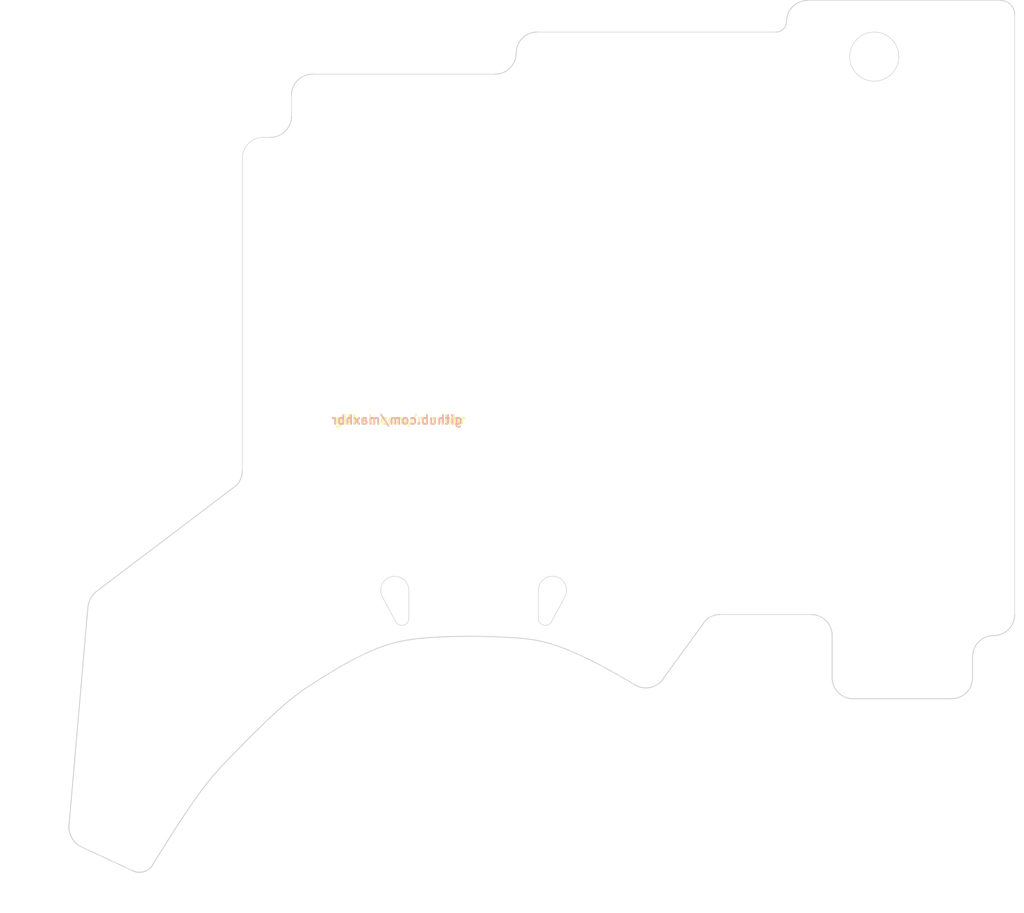
<source format=kicad_pcb>
(kicad_pcb (version 20221018) (generator pcbnew)
  (layers (0 "F.Cu" signal) (31 "B.Cu" signal) (34 "B.Paste" user) (35 "F.Paste" user) (36 "B.SilkS" user "B.Silkscreen") (37 "F.SilkS" user "F.Silkscreen") (38 "B.Mask" user) (39 "F.Mask" user) (44 "Edge.Cuts" user))
  (net 0 "")
  (footprint "MountingHole:MountingHole_2.2mm_M2" (layer "F.Cu") (at 176.212648 38.100032)
    (fp_text reference "H2" hide)
    (fp_text value "MountingHole")
    (pad "" np_thru_hole circle (at 0 0) (size 2.2 2.2) (drill 2.2) (layers "*.Cu" "*.Mask"))
  )
  (footprint "MountingHole:MountingHole_2.2mm_M2" (layer "F.Cu") (at 214.907993 134.540738)
    (fp_text reference "H11" hide)
    (fp_text value "MountingHole")
    (pad "" np_thru_hole circle (at 0 0) (size 2.2 2.2) (drill 2.2) (layers "*.Cu" "*.Mask"))
  )
  (footprint "MountingHole:MountingHole_2.2mm_M2" (layer "F.Cu") (at 99.417271 50.006292)
    (fp_text reference "H4" hide)
    (fp_text value "MountingHole")
    (pad "" np_thru_hole circle (at 0 0) (size 2.2 2.2) (drill 2.2) (layers "*.Cu" "*.Mask"))
  )
  (footprint "MountingHole:MountingHole_2.2mm_M2" (layer "F.Cu") (at 91.082889 76.200064)
    (fp_text reference "H5" hide)
    (fp_text value "MountingHole")
    (pad "" np_thru_hole circle (at 0 0) (size 2.2 2.2) (drill 2.2) (layers "*.Cu" "*.Mask"))
  )
  (footprint "MountingHole:MountingHole_2.2mm_M2" (layer "F.Cu") (at 91.082889 100.012584)
    (fp_text reference "H6" hide)
    (fp_text value "MountingHole")
    (pad "" np_thru_hole circle (at 0 0) (size 2.2 2.2) (drill 2.2) (layers "*.Cu" "*.Mask"))
  )
  (footprint "MountingHole:MountingHole_2.2mm_M2" (layer "F.Cu") (at 64.889117 148.232937)
    (fp_text reference "H8" hide)
    (fp_text value "MountingHole")
    (pad "" np_thru_hole circle (at 0 0) (size 2.2 2.2) (drill 2.2) (layers "*.Cu" "*.Mask"))
  )
  (footprint "MountingHole:MountingHole_2.2mm_M2" (layer "F.Cu") (at 145.851685 116.681348)
    (fp_text reference "H9" hide)
    (fp_text value "MountingHole")
    (pad "" np_thru_hole circle (at 0 0) (size 2.2 2.2) (drill 2.2) (layers "*.Cu" "*.Mask"))
  )
  (footprint "MountingHole:MountingHole_2.2mm_M2" (layer "F.Cu") (at 183.951717 130.96886)
    (fp_text reference "H10" hide)
    (fp_text value "MountingHole")
    (pad "" np_thru_hole circle (at 0 0) (size 2.2 2.2) (drill 2.2) (layers "*.Cu" "*.Mask"))
  )
  (footprint "MountingHole:MountingHole_2.2mm_M2" (layer "F.Cu") (at 214.31268 50.006292)
    (fp_text reference "H1" hide)
    (fp_text value "MountingHole")
    (pad "" np_thru_hole circle (at 0 0) (size 2.2 2.2) (drill 2.2) (layers "*.Cu" "*.Mask"))
  )
  (footprint "MountingHole:MountingHole_2.2mm_M2" (layer "F.Cu") (at 89.892263 126.206356)
    (fp_text reference "H7" hide)
    (fp_text value "MountingHole")
    (pad "" np_thru_hole circle (at 0 0) (size 2.2 2.2) (drill 2.2) (layers "*.Cu" "*.Mask"))
  )
  (footprint "MountingHole:MountingHole_2.2mm_M2" (layer "F.Cu") (at 137.517303 39.290658)
    (fp_text reference "H3" hide)
    (fp_text value "MountingHole")
    (pad "" np_thru_hole circle (at 0 0) (size 2.2 2.2) (drill 2.2) (layers "*.Cu" "*.Mask"))
  )
  (gr_arc (start 218.479791 134.540738) (mid 217.433601 137.066396) (end 214.907913 138.112568) (stroke (width 0.16)) (layer "Edge.Cuts"))
  (gr_line (start 70.355842 178.260112) (end 70.480214 178.243818) (stroke (width 0.159999)) (layer "Edge.Cuts"))
  (gr_line (start 92.164799 152.078446) (end 91.130106 153.066043) (stroke (width 0.159999)) (layer "Edge.Cuts"))
  (gr_arc (start 139.898555 135.847579) (mid 138.562869 136.326677) (end 137.717268 135.187138) (stroke (width 0.1)) (layer "Edge.Cuts"))
  (gr_arc (start 191.095441 148.82825) (mid 188.569678 147.782116) (end 187.523516 145.256372) (stroke (width 0.16)) (layer "Edge.Cuts"))
  (gr_line (start 154.812968 146.80806) (end 154.98256 146.859929) (stroke (width 0.159999)) (layer "Edge.Cuts"))
  (gr_line (start 59.039834 173.051675) (end 59.172802 173.196079) (stroke (width 0.159999)) (layer "Edge.Cuts"))
  (gr_line (start 157.349389 146.699728) (end 157.505654 146.628258) (stroke (width 0.159999)) (layer "Edge.Cuts"))
  (gr_line (start 122.008504 138.310623) (end 120.517897 138.37556) (stroke (width 0.159999)) (layer "Edge.Cuts"))
  (gr_line (start 70.603449 178.22165) (end 70.725333 178.193687) (stroke (width 0.159999)) (layer "Edge.Cuts"))
  (gr_line (start 146.549 142.283818) (end 145.013108 141.541987) (stroke (width 0.159999)) (layer "Edge.Cuts"))
  (gr_line (start 59.943113 173.807164) (end 60.116411 173.905068) (stroke (width 0.159999)) (layer "Edge.Cuts"))
  (gr_line (start 69.724429 178.250797) (end 69.851271 178.26502) (stroke (width 0.159999)) (layer "Edge.Cuts"))
  (gr_line (start 155.497653 146.963081) (end 155.670435 146.980253) (stroke (width 0.159999)) (layer "Edge.Cuts"))
  (gr_line (start 97.246643 147.762816) (end 96.444987 148.359099) (stroke (width 0.159999)) (layer "Edge.Cuts"))
  (gr_line (start 77.934936 168.167141) (end 77.029526 169.535893) (stroke (width 0.159999)) (layer "Edge.Cuts"))
  (gr_line (start 123.568889 138.265459) (end 122.008504 138.310623) (stroke (width 0.159999)) (layer "Edge.Cuts"))
  (gr_line (start 93.133799 151.174563) (end 92.164799 152.078446) (stroke (width 0.159999)) (layer "Edge.Cuts"))
  (gr_line (start 106.17228 142.257489) (end 104.829101 142.989163) (stroke (width 0.159999)) (layer "Edge.Cuts"))
  (gr_line (start 155.325209 146.937358) (end 155.497653 146.963081) (stroke (width 0.159999)) (layer "Edge.Cuts"))
  (gr_line (start 116.468251 138.724461) (end 115.20985 138.921375) (stroke (width 0.159999)) (layer "Edge.Cuts"))
  (gr_line (start 131.92896 138.376955) (end 130.229054 138.305801) (stroke (width 0.159999)) (layer "Edge.Cuts"))
  (gr_circle (center 194.667351 39.885971) (end 198.834542 39.885971) (stroke (width 0.1)) (fill none) (layer "Edge.Cuts"))
  (gr_line (start 157.807856 146.462701) (end 157.953179 146.368779) (stroke (width 0.159999)) (layer "Edge.Cuts"))
  (gr_line (start 154.314801 146.598846) (end 154.478782 146.677601) (stroke (width 0.159999)) (layer "Edge.Cuts"))
  (gr_line (start 60.116411 173.905068) (end 60.295501 173.994159) (stroke (width 0.159999)) (layer "Edge.Cuts"))
  (gr_line (start 69.220692 178.129796) (end 69.345653 178.169816) (stroke (width 0.159999)) (layer "Edge.Cuts"))
  (gr_line (start 108.877202 140.924339) (end 107.528238 141.563014) (stroke (width 0.159999)) (layer "Edge.Cuts"))
  (gr_line (start 58.156621 169.923588) (end 58.128834 170.117909) (stroke (width 0.159999)) (layer "Edge.Cuts"))
  (gr_line (start 183.356404 30.360963) (end 216.098583 30.360931) (stroke (width 0.1)) (layer "Edge.Cuts"))
  (gr_line (start 70.480214 178.243818) (end 70.603449 178.22165) (stroke (width 0.159999)) (layer "Edge.Cuts"))
  (gr_line (start 58.797114 172.743109) (end 58.914516 172.900584) (stroke (width 0.159999)) (layer "Edge.Cuts"))
  (gr_line (start 63.103178 130.373547) (end 86.464817 112.658601) (stroke (width 0.16)) (layer "Edge.Cuts"))
  (gr_line (start 71.522686 177.842089) (end 71.626046 177.770518) (stroke (width 0.159999)) (layer "Edge.Cuts"))
  (gr_line (start 59.313156 173.333492) (end 59.460629 173.463611) (stroke (width 0.159999)) (layer "Edge.Cuts"))
  (gr_line (start 139.977077 139.559947) (end 138.936084 139.264984) (stroke (width 0.159999)) (layer "Edge.Cuts"))
  (gr_line (start 156.528681 146.940721) (end 156.697052 146.908311) (stroke (width 0.159999)) (layer "Edge.Cuts"))
  (gr_line (start 71.726126 177.693841) (end 71.822713 177.612135) (stroke (width 0.159999)) (layer "Edge.Cuts"))
  (gr_line (start 58.687893 172.579555) (end 58.797114 172.743109) (stroke (width 0.159999)) (layer "Edge.Cuts"))
  (gr_arc (start 87.511011 110.132905) (mid 87.239079 111.499788) (end 86.464817 112.658601) (stroke (width 0.16)) (layer "Edge.Cuts"))
  (gr_line (start 155.153409 146.903001) (end 155.325209 146.937358) (stroke (width 0.159999)) (layer "Edge.Cuts"))
  (gr_line (start 76.036294 171.067668) (end 74.946665 172.777019) (stroke (width 0.159999)) (layer "Edge.Cuts"))
  (gr_line (start 99.979601 145.915866) (end 98.989529 146.560967) (stroke (width 0.159999)) (layer "Edge.Cuts"))
  (gr_line (start 110.845054 140.111058) (end 110.1994 140.360065) (stroke (width 0.159999)) (layer "Edge.Cuts"))
  (gr_line (start 74.946665 172.777019) (end 73.75206 174.678501) (stroke (width 0.159999)) (layer "Edge.Cuts"))
  (gr_line (start 80.849915 164.031269) (end 80.210015 164.893476) (stroke (width 0.159999)) (layer "Edge.Cuts"))
  (gr_line (start 71.91559 177.525478) (end 72.004546 177.433945) (stroke (width 0.159999)) (layer "Edge.Cuts"))
  (gr_line (start 58.106216 170.706335) (end 58.119081 170.902963) (stroke (width 0.159999)) (layer "Edge.Cuts"))
  (gr_line (start 71.306984 177.969609) (end 71.416261 177.908478) (stroke (width 0.159999)) (layer "Edge.Cuts"))
  (gr_line (start 154.153304 146.510966) (end 154.314801 146.598846) (stroke (width 0.159999)) (layer "Edge.Cuts"))
  (gr_arc (start 179.78451 33.932791) (mid 179.261429 35.195652) (end 177.998587 35.71878) (stroke (width 0.16)) (layer "Edge.Cuts"))
  (gr_line (start 58.128834 170.117909) (end 58.11114 170.313408) (stroke (width 0.159999)) (layer "Edge.Cuts"))
  (gr_line (start 142.297133 140.372221) (end 141.093502 139.925975) (stroke (width 0.159999)) (layer "Edge.Cuts"))
  (gr_line (start 69.096736 178.083136) (end 69.220692 178.129796) (stroke (width 0.159999)) (layer "Edge.Cuts"))
  (gr_line (start 59.460629 173.463611) (end 59.614957 173.586132) (stroke (width 0.159999)) (layer "Edge.Cuts"))
  (gr_line (start 126.843163 138.239102) (end 125.185095 138.241231) (stroke (width 0.159999)) (layer "Edge.Cuts"))
  (gr_line (start 59.614957 173.586132) (end 59.775873 173.700751) (stroke (width 0.159999)) (layer "Edge.Cuts"))
  (gr_line (start 128.529135 138.260238) (end 126.843163 138.239102) (stroke (width 0.159999)) (layer "Edge.Cuts"))
  (gr_arc (start 211.336035 141.684493) (mid 212.382219 139.158782) (end 214.907913 138.112568) (stroke (width 0.16)) (layer "Edge.Cuts"))
  (gr_line (start 61.322092 133.357219) (end 58.156621 169.923588) (stroke (width 0.16)) (layer "Edge.Cuts"))
  (gr_line (start 59.172802 173.196079) (end 59.313156 173.333492) (stroke (width 0.159999)) (layer "Edge.Cuts"))
  (gr_line (start 70.725333 178.193687) (end 70.845651 178.160003) (stroke (width 0.159999)) (layer "Edge.Cuts"))
  (gr_line (start 58.103585 170.509683) (end 58.106216 170.706335) (stroke (width 0.159999)) (layer "Edge.Cuts"))
  (gr_line (start 72.245733 177.130864) (end 72.316854 177.020598) (stroke (width 0.159999)) (layer "Edge.Cuts"))
  (gr_line (start 58.914516 172.900584) (end 59.039834 173.051675) (stroke (width 0.159999)) (layer "Edge.Cuts"))
  (gr_line (start 159.032591 145.20396) (end 165.576014 136.213637) (stroke (width 0.16)) (layer "Edge.Cuts"))
  (gr_line (start 94.859148 149.641229) (end 94.026123 150.366611) (stroke (width 0.159999)) (layer "Edge.Cuts"))
  (gr_line (start 69.597736 178.230239) (end 69.724429 178.250797) (stroke (width 0.159999)) (layer "Edge.Cuts"))
  (gr_line (start 158.230739 146.159059) (end 158.362361 146.043425) (stroke (width 0.159999)) (layer "Edge.Cuts"))
  (gr_line (start 73.75206 174.678501) (end 72.443902 176.78667) (stroke (width 0.159999)) (layer "Edge.Cuts"))
  (gr_line (start 150.035457 144.127147) (end 148.219191 143.142486) (stroke (width 0.159999)) (layer "Edge.Cuts"))
  (gr_line (start 156.015786 146.989273) (end 156.187742 146.981284) (stroke (width 0.159999)) (layer "Edge.Cuts"))
  (gr_line (start 81.444882 163.259311) (end 80.849915 164.031269) (stroke (width 0.159999)) (layer "Edge.Cuts"))
  (gr_line (start 103.518471 143.739438) (end 102.260163 144.489714) (stroke (width 0.159999)) (layer "Edge.Cuts"))
  (gr_line (start 158.362361 146.043425) (end 158.488804 145.920718) (stroke (width 0.159999)) (layer "Edge.Cuts"))
  (gr_line (start 72.169831 177.236561) (end 72.245733 177.130864) (stroke (width 0.159999)) (layer "Edge.Cuts"))
  (gr_line (start 156.358809 146.965073) (end 156.528681 146.940721) (stroke (width 0.159999)) (layer "Edge.Cuts"))
  (gr_line (start 82.534322 161.927929) (end 82.003492 162.56305) (stroke (width 0.159999)) (layer "Edge.Cuts"))
  (gr_arc (start 183.951717 134.540738) (mid 186.477423 135.586901) (end 187.523642 138.112616) (stroke (width 0.16)) (layer "Edge.Cuts"))
  (gr_line (start 156.863615 146.867925) (end 157.028063 146.819644) (stroke (width 0.159999)) (layer "Edge.Cuts"))
  (gr_line (start 58.338134 171.870614) (end 58.411975 172.05545) (stroke (width 0.159999)) (layer "Edge.Cuts"))
  (gr_line (start 191.095441 148.82825) (end 207.764205 148.828297) (stroke (width 0.16)) (layer "Edge.Cuts"))
  (gr_line (start 158.724924 145.654413) (end 158.833988 145.510979) (stroke (width 0.159999)) (layer "Edge.Cuts"))
  (gr_line (start 71.195071 178.025403) (end 71.306984 177.969609) (stroke (width 0.159999)) (layer "Edge.Cuts"))
  (gr_line (start 72.004546 177.433945) (end 72.089364 177.337614) (stroke (width 0.159999)) (layer "Edge.Cuts"))
  (gr_line (start 154.478782 146.677601) (end 154.64494 146.747311) (stroke (width 0.159999)) (layer "Edge.Cuts"))
  (gr_line (start 130.229054 138.305801) (end 128.529135 138.260238) (stroke (width 0.159999)) (layer "Edge.Cuts"))
  (gr_line (start 58.411975 172.05545) (end 58.495058 172.235422) (stroke (width 0.159999)) (layer "Edge.Cuts"))
  (gr_line (start 107.528238 141.563014) (end 106.17228 142.257489) (stroke (width 0.159999)) (layer "Edge.Cuts"))
  (gr_arc (start 111.317854 131.64978) (mid 112.724122 128.129787) (end 115.74101 130.424634) (stroke (width 0.1)) (layer "Edge.Cuts"))
  (gr_line (start 72.316854 177.020598) (end 72.382982 176.905841) (stroke (width 0.159999)) (layer "Edge.Cuts"))
  (gr_line (start 115.74101 130.424634) (end 115.74101 135.187138) (stroke (width 0.1)) (layer "Edge.Cuts"))
  (gr_line (start 69.851271 178.26502) (end 69.978048 178.272987) (stroke (width 0.159999)) (layer "Edge.Cuts"))
  (gr_line (start 187.523516 145.256372) (end 187.523642 138.112616) (stroke (width 0.16)) (layer "Edge.Cuts"))
  (gr_line (start 70.845651 178.160003) (end 70.96419 178.120677) (stroke (width 0.159999)) (layer "Edge.Cuts"))
  (gr_line (start 211.336083 145.256372) (end 211.336035 141.684493) (stroke (width 0.16)) (layer "Edge.Cuts"))
  (gr_line (start 158.488804 145.920718) (end 158.609761 145.79102) (stroke (width 0.159999)) (layer "Edge.Cuts"))
  (gr_line (start 79.516603 165.860487) (end 78.761102 166.946858) (stroke (width 0.159999)) (layer "Edge.Cuts"))
  (gr_line (start 96.444987 148.359099) (end 95.657296 148.978648) (stroke (width 0.159999)) (layer "Edge.Cuts"))
  (gr_line (start 125.185095 138.241231) (end 123.568889 138.265459) (stroke (width 0.159999)) (layer "Edge.Cuts"))
  (gr_arc (start 179.784526 33.932888) (mid 180.830675 31.407128) (end 183.356404 30.360963) (stroke (width 0.16)) (layer "Edge.Cuts"))
  (gr_line (start 138.936084 139.264984) (end 137.958751 139.031928) (stroke (width 0.159999)) (layer "Edge.Cuts"))
  (gr_line (start 91.130106 153.066043) (end 90.047738 154.11875) (stroke (width 0.159999)) (layer "Edge.Cuts"))
  (gr_line (start 68.974001 178.029758) (end 69.096736 178.083136) (stroke (width 0.159999)) (layer "Edge.Cuts"))
  (gr_line (start 101.073949 145.22139) (end 99.979601 145.915866) (stroke (width 0.159999)) (layer "Edge.Cuts"))
  (gr_line (start 72.382982 176.905841) (end 72.443902 176.78667) (stroke (width 0.159999)) (layer "Edge.Cuts"))
  (gr_line (start 141.093502 139.925975) (end 139.977077 139.559947) (stroke (width 0.159999)) (layer "Edge.Cuts"))
  (gr_line (start 71.822713 177.612135) (end 71.91559 177.525478) (stroke (width 0.159999)) (layer "Edge.Cuts"))
  (gr_line (start 157.505654 146.628258) (end 157.658579 146.549221) (stroke (width 0.159999)) (layer "Edge.Cuts"))
  (gr_line (start 152.00957 145.246955) (end 150.035457 144.127147) (stroke (width 0.159999)) (layer "Edge.Cuts"))
  (gr_line (start 70.104545 178.274773) (end 70.230548 178.270456) (stroke (width 0.159999)) (layer "Edge.Cuts"))
  (gr_line (start 71.080734 178.075785) (end 71.195071 178.025403) (stroke (width 0.159999)) (layer "Edge.Cuts"))
  (gr_line (start 58.219539 171.488692) (end 58.273802 171.681216) (stroke (width 0.159999)) (layer "Edge.Cuts"))
  (gr_line (start 155.670435 146.980253) (end 155.843248 146.988956) (stroke (width 0.159999)) (layer "Edge.Cuts"))
  (gr_line (start 148.219191 143.142486) (end 146.549 142.283818) (stroke (width 0.159999)) (layer "Edge.Cuts"))
  (gr_line (start 90.047738 154.11875) (end 88.935714 155.217962) (stroke (width 0.159999)) (layer "Edge.Cuts"))
  (gr_line (start 88.935714 155.217962) (end 86.694765 157.481483) (stroke (width 0.159999)) (layer "Edge.Cuts"))
  (gr_line (start 92.273515 53.57817) (end 91.082889 53.578154) (stroke (width 0.1)) (layer "Edge.Cuts"))
  (gr_line (start 98.989529 146.560967) (end 98.086683 147.170028) (stroke (width 0.159999)) (layer "Edge.Cuts"))
  (gr_line (start 115.20985 138.921375) (end 114.588642 139.040178) (stroke (width 0.159999)) (layer "Edge.Cuts"))
  (gr_line (start 157.658579 146.549221) (end 157.807856 146.462701) (stroke (width 0.159999)) (layer "Edge.Cuts"))
  (gr_line (start 117.761536 138.574053) (end 116.468251 138.724461) (stroke (width 0.159999)) (layer "Edge.Cuts"))
  (gr_arc (start 137.717268 130.424634) (mid 140.734156 128.129787) (end 142.140424 131.64978) (stroke (width 0.1)) (layer "Edge.Cuts"))
  (gr_line (start 114.588642 139.040178) (end 113.970049 139.174094) (stroke (width 0.159999)) (layer "Edge.Cuts"))
  (gr_line (start 58.119081 170.902963) (end 58.142225 171.099165) (stroke (width 0.159999)) (layer "Edge.Cuts"))
  (gr_line (start 133.614897 138.474864) (end 131.92896 138.376955) (stroke (width 0.159999)) (layer "Edge.Cuts"))
  (gr_line (start 137.717268 135.187138) (end 137.717268 130.424634) (stroke (width 0.1)) (layer "Edge.Cuts"))
  (gr_line (start 113.970049 139.174094) (end 113.352035 139.324286) (stroke (width 0.159999)) (layer "Edge.Cuts"))
  (gr_line (start 158.609761 145.79102) (end 158.724924 145.654413) (stroke (width 0.159999)) (layer "Edge.Cuts"))
  (gr_line (start 80.210015 164.893476) (end 79.516603 165.860487) (stroke (width 0.159999)) (layer "Edge.Cuts"))
  (gr_arc (start 87.511011 57.150032) (mid 88.557181 54.624325) (end 91.082889 53.578154) (stroke (width 0.1)) (layer "Edge.Cuts"))
  (gr_line (start 156.697052 146.908311) (end 156.863615 146.867925) (stroke (width 0.159999)) (layer "Edge.Cuts"))
  (gr_line (start 86.694765 157.481483) (end 84.551402 159.707767) (stroke (width 0.159999)) (layer "Edge.Cuts"))
  (gr_line (start 154.153304 146.511066) (end 152.00957 145.246955) (stroke (width 0.159999)) (layer "Edge.Cuts"))
  (gr_arc (start 61.322092 133.357219) (mid 61.883899 131.669145) (end 63.103178 130.373547) (stroke (width 0.16)) (layer "Edge.Cuts"))
  (gr_line (start 70.230548 178.270456) (end 70.355842 178.260112) (stroke (width 0.159999)) (layer "Edge.Cuts"))
  (gr_line (start 83.045951 161.339395) (end 82.534322 161.927929) (stroke (width 0.159999)) (layer "Edge.Cuts"))
  (gr_line (start 83.546956 160.782893) (end 83.045951 161.339395) (stroke (width 0.159999)) (layer "Edge.Cuts"))
  (gr_line (start 84.551402 159.707767) (end 83.546956 160.782893) (stroke (width 0.159999)) (layer "Edge.Cuts"))
  (gr_line (start 155.843248 146.988956) (end 156.015786 146.989273) (stroke (width 0.159999)) (layer "Edge.Cuts"))
  (gr_line (start 154.98256 146.859929) (end 155.153409 146.903001) (stroke (width 0.159999)) (layer "Edge.Cuts"))
  (gr_line (start 157.19009 146.763551) (end 157.349389 146.699728) (stroke (width 0.159999)) (layer "Edge.Cuts"))
  (gr_line (start 112.1096 139.678146) (end 111.481109 139.88414) (stroke (width 0.159999)) (layer "Edge.Cuts"))
  (gr_line (start 157.953179 146.368779) (end 158.094242 146.267538) (stroke (width 0.159999)) (layer "Edge.Cuts"))
  (gr_line (start 111.481109 139.88414) (end 110.845054 140.111058) (stroke (width 0.159999)) (layer "Edge.Cuts"))
  (gr_line (start 183.951717 134.540738) (end 168.473579 134.540738) (stroke (width 0.1)) (layer "Edge.Cuts"))
  (gr_line (start 154.64494 146.747311) (end 154.812968 146.80806) (stroke (width 0.159999)) (layer "Edge.Cuts"))
  (gr_line (start 94.026123 150.366611) (end 93.133799 151.174563) (stroke (width 0.159999)) (layer "Edge.Cuts"))
  (gr_line (start 59.775873 173.700751) (end 59.943113 173.807164) (stroke (width 0.159999)) (layer "Edge.Cuts"))
  (gr_line (start 72.089364 177.337614) (end 72.169831 177.236561) (stroke (width 0.159999)) (layer "Edge.Cuts"))
  (gr_line (start 102.260163 144.489714) (end 101.073949 145.22139) (stroke (width 0.159999)) (layer "Edge.Cuts"))
  (gr_line (start 145.013108 141.541987) (end 143.599744 140.90784) (stroke (width 0.159999)) (layer "Edge.Cuts"))
  (gr_line (start 109.542883 140.63174) (end 108.877202 140.924339) (stroke (width 0.159999)) (layer "Edge.Cuts"))
  (gr_line (start 137.033303 138.851627) (end 135.29097 138.612667) (stroke (width 0.159999)) (layer "Edge.Cuts"))
  (gr_line (start 60.295501 173.994159) (end 68.974001 178.029758) (stroke (width 0.159999)) (layer "Edge.Cuts"))
  (gr_line (start 99.417271 42.862489) (end 130.373547 42.86263) (stroke (width 0.1)) (layer "Edge.Cuts"))
  (gr_line (start 120.517897 138.37556) (end 119.10599 138.460853) (stroke (width 0.159999)) (layer "Edge.Cuts"))
  (gr_arc (start 165.576014 136.213637) (mid 166.800667 134.988987) (end 168.473579 134.540738) (stroke (width 0.16)) (layer "Edge.Cuts"))
  (gr_arc (start 115.74101 135.187138) (mid 114.895409 136.326677) (end 113.559723 135.847579) (stroke (width 0.1)) (layer "Edge.Cuts"))
  (gr_line (start 58.495058 172.235422) (end 58.58712 172.410224) (stroke (width 0.159999)) (layer "Edge.Cuts"))
  (gr_line (start 82.003492 162.56305) (end 81.444882 163.259311) (stroke (width 0.159999)) (layer "Edge.Cuts"))
  (gr_arc (start 95.845393 46.434414) (mid 96.891528 43.908666) (end 99.417271 42.862489) (stroke (width 0.16)) (layer "Edge.Cuts"))
  (gr_line (start 69.471406 178.203271) (end 69.597736 178.230239) (stroke (width 0.159999)) (layer "Edge.Cuts"))
  (gr_line (start 111.317854 131.64978) (end 113.559723 135.847579) (stroke (width 0.1)) (layer "Edge.Cuts"))
  (gr_line (start 137.958751 139.031928) (end 137.033303 138.851627) (stroke (width 0.159999)) (layer "Edge.Cuts"))
  (gr_line (start 78.761102 166.946858) (end 77.934936 168.167141) (stroke (width 0.159999)) (layer "Edge.Cuts"))
  (gr_line (start 218.479871 32.742215) (end 218.479791 134.540738) (stroke (width 0.1)) (layer "Edge.Cuts"))
  (gr_line (start 158.094242 146.267538) (end 158.230739 146.159059) (stroke (width 0.159999)) (layer "Edge.Cuts"))
  (gr_line (start 70.96419 178.120677) (end 71.080734 178.075785) (stroke (width 0.159999)) (layer "Edge.Cuts"))
  (gr_line (start 110.1994 140.360065) (end 109.542883 140.63174) (stroke (width 0.159999)) (layer "Edge.Cuts"))
  (gr_line (start 112.732563 139.491916) (end 112.1096 139.678146) (stroke (width 0.159999)) (layer "Edge.Cuts"))
  (gr_line (start 157.028063 146.819644) (end 157.19009 146.763551) (stroke (width 0.159999)) (layer "Edge.Cuts"))
  (gr_line (start 158.833988 145.510979) (end 158.936646 145.360801) (stroke (width 0.159999)) (layer "Edge.Cuts"))
  (gr_line (start 69.978048 178.272987) (end 70.104545 178.274773) (stroke (width 0.159999)) (layer "Edge.Cuts"))
  (gr_line (start 119.10599 138.460853) (end 117.761536 138.574053) (stroke (width 0.159999)) (layer "Edge.Cuts"))
  (gr_line (start 143.599744 140.90784) (end 142.297133 140.372221) (stroke (width 0.159999)) (layer "Edge.Cuts"))
  (gr_line (start 95.845393 50.006245) (end 95.845393 46.434414) (stroke (width 0.1)) (layer "Edge.Cuts"))
  (gr_line (start 104.829101 142.989163) (end 103.518471 143.739438) (stroke (width 0.159999)) (layer "Edge.Cuts"))
  (gr_line (start 71.416261 177.908478) (end 71.522686 177.842089) (stroke (width 0.159999)) (layer "Edge.Cuts"))
  (gr_arc (start 216.098583 30.360931) (mid 217.782393 31.058391) (end 218.479871 32.742215) (stroke (width 0.16)) (layer "Edge.Cuts"))
  (gr_line (start 69.345653 178.169816) (end 69.471406 178.203271) (stroke (width 0.159999)) (layer "Edge.Cuts"))
  (gr_line (start 58.273802 171.681216) (end 58.338134 171.870614) (stroke (width 0.159999)) (layer "Edge.Cuts"))
  (gr_line (start 156.187742 146.981284) (end 156.358809 146.965073) (stroke (width 0.159999)) (layer "Edge.Cuts"))
  (gr_arc (start 133.945425 39.290705) (mid 134.991563 36.76497) (end 137.517303 35.71878) (stroke (width 0.16)) (layer "Edge.Cuts"))
  (gr_arc (start 95.845393 50.006245) (mid 94.79925 52.531979) (end 92.273515 53.57817) (stroke (width 0.16)) (layer "Edge.Cuts"))
  (gr_line (start 158.936646 145.360801) (end 159.032591 145.20396) (stroke (width 0.159999)) (layer "Edge.Cuts"))
  (gr_line (start 113.352035 139.324286) (end 112.732563 139.491916) (stroke (width 0.159999)) (layer "Edge.Cuts"))
  (gr_arc (start 133.945425 39.290705) (mid 132.899296 41.816472) (end 130.373547 42.86263) (stroke (width 0.16)) (layer "Edge.Cuts"))
  (gr_line (start 135.29097 138.612667) (end 133.614897 138.474864) (stroke (width 0.159999)) (layer "Edge.Cuts"))
  (gr_line (start 77.029526 169.535893) (end 76.036294 171.067668) (stroke (width 0.159999)) (layer "Edge.Cuts"))
  (gr_line (start 58.175695 171.294542) (end 58.219539 171.488692) (stroke (width 0.159999)) (layer "Edge.Cuts"))
  (gr_line (start 58.142225 171.099165) (end 58.175695 171.294542) (stroke (width 0.159999)) (layer "Edge.Cuts"))
  (gr_line (start 137.517303 35.71878) (end 177.998587 35.71878) (stroke (width 0.1)) (layer "Edge.Cuts"))
  (gr_arc (start 211.336083 145.256372) (mid 210.289931 147.782122) (end 207.764205 148.828297) (stroke (width 0.16)) (layer "Edge.Cuts"))
  (gr_line (start 58.11114 170.313408) (end 58.103585 170.509683) (stroke (width 0.159999)) (layer "Edge.Cuts"))
  (gr_line (start 58.58712 172.410224) (end 58.687893 172.579555) (stroke (width 0.159999)) (layer "Edge.Cuts"))
  (gr_line (start 95.657296 148.978648) (end 94.859148 149.641229) (stroke (width 0.159999)) (layer "Edge.Cuts"))
  (gr_line (start 87.511011 57.150032) (end 87.511011 110.132905) (stroke (width 0.1)) (layer "Edge.Cuts"))
  (gr_line (start 139.898555 135.847579) (end 142.140424 131.64978) (stroke (width 0.1)) (layer "Edge.Cuts"))
  (gr_line (start 71.626046 177.770518) (end 71.726126 177.693841) (stroke (width 0.159999)) (layer "Edge.Cuts"))
  (gr_line (start 98.086683 147.170028) (end 97.246643 147.762816) (stroke (width 0.159999)) (layer "Edge.Cuts"))
  (gr_text "github.com/maxhbr" (at 125.01573 102.393836) (layer "B.SilkS") (effects (font (size 1.5 1.5) (thickness 0.3) bold) (justify left bottom mirror)))
  (gr_text "github.com/maxhbr" (at 102.989149 102.393836) (layer "F.SilkS") (effects (font (size 1.5 1.5) (thickness 0.3) bold) (justify left bottom)))
)
</source>
